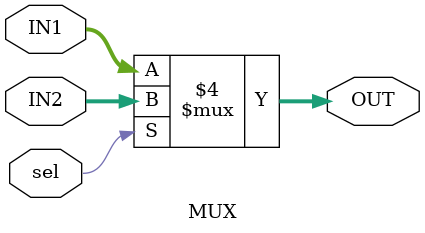
<source format=v>
module MUX #(parameter width = 32) (
    output  reg     [width-1 : 0]   OUT,
    input   wire    [width-1 : 0]   IN1,
    input   wire    [width-1 : 0]   IN2,
    input   wire                    sel
);

always @(*)
    begin
        if(sel == 1'b0)
            begin
                OUT = IN1 ;
            end
        else
            begin
                OUT = IN2 ;
            end    
    end

endmodule
</source>
